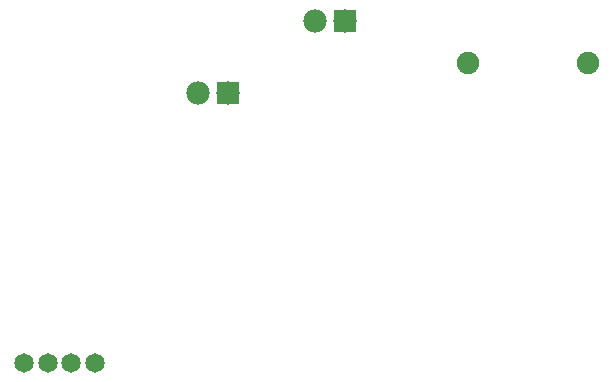
<source format=gbl>
G04 MADE WITH FRITZING*
G04 WWW.FRITZING.ORG*
G04 DOUBLE SIDED*
G04 HOLES PLATED*
G04 CONTOUR ON CENTER OF CONTOUR VECTOR*
%ASAXBY*%
%FSLAX23Y23*%
%MOIN*%
%OFA0B0*%
%SFA1.0B1.0*%
%ADD10C,0.075000*%
%ADD11C,0.065000*%
%ADD12C,0.078000*%
%ADD13R,0.078000X0.078000*%
%LNCOPPER0*%
G90*
G70*
G54D10*
X1656Y2033D03*
X2056Y2033D03*
G54D11*
X177Y1033D03*
X256Y1033D03*
X334Y1033D03*
X413Y1033D03*
G54D12*
X1247Y2175D03*
X1147Y2175D03*
X856Y1933D03*
X756Y1933D03*
G54D13*
X1247Y2175D03*
X856Y1933D03*
G04 End of Copper0*
M02*
</source>
